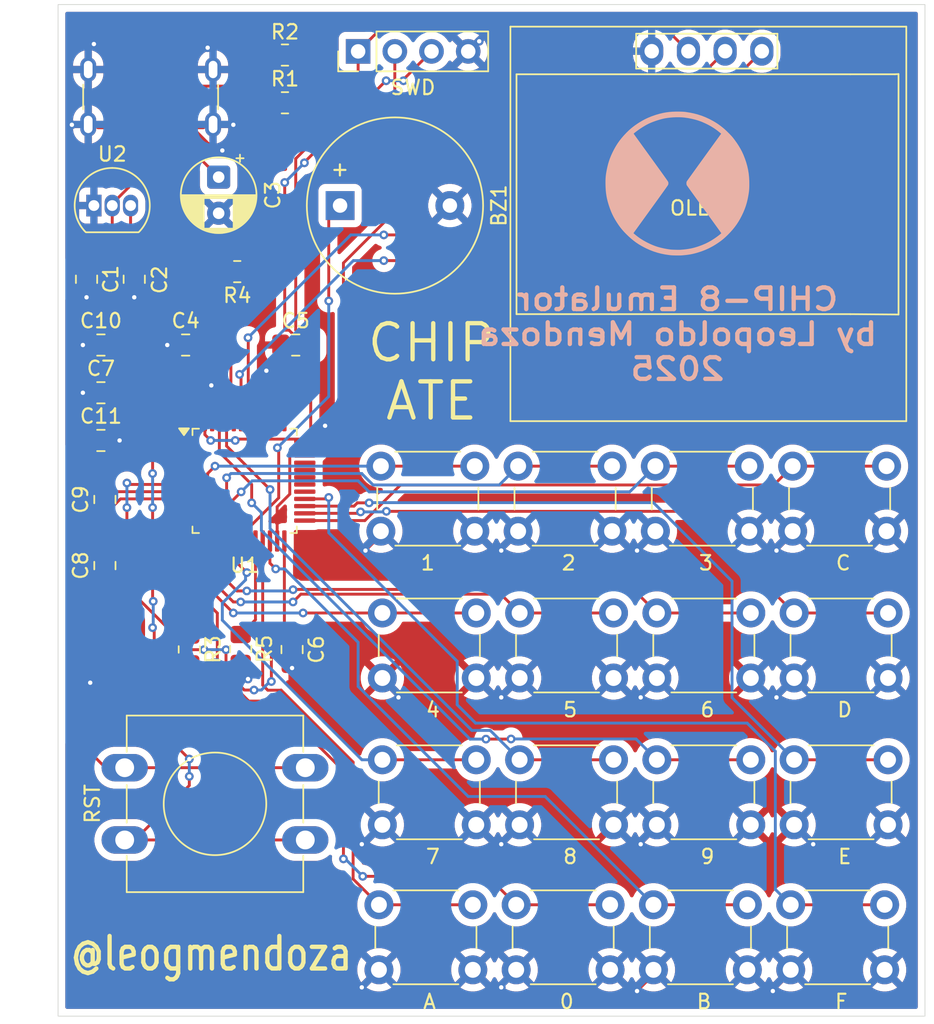
<source format=kicad_pcb>
(kicad_pcb (version 20241229) (generator "pcbnew") (generator_version "9.0")
  (title_block (title "CHIP-8 Emulator") (date "2025-09-03") (rev "v1") (comment 1 "Author: Leopoldo Mendoza"))
  (layers (0 "F.Cu" signal) (2 "B.Cu" signal) (13 "F.Paste" user) (15 "B.Paste" user) (5 "F.SilkS" user "F.Silkscreen") (7 "B.SilkS" user "B.Silkscreen") (1 "F.Mask" user) (3 "B.Mask" user) (25 "Edge.Cuts" user))
  (net 0 "")
  (net 1 "/BUZZER")
  (net 2 "GND")
  (net 3 "+5V")
  (net 4 "+3V3")
  (net 5 "/VDDA")
  (net 6 "/VSSA")
  (net 7 "Net-(C11-Pad2)")
  (net 8 "Net-(J1-CC2)")
  (net 9 "Net-(J1-CC1)")
  (net 10 "/SWCLK")
  (net 11 "/SWDIO")
  (net 12 "/I2C1_SDA")
  (net 13 "/I2C1_SCL")
  (net 14 "/NRST")
  (net 15 "/BOOT0")
  (net 16 "/BOOT1")
  (net 17 "/KEY_1")
  (net 18 "/KEY_2")
  (net 19 "/KEY_3")
  (net 20 "/KEY_C")
  (net 21 "/KEY_4")
  (net 22 "/KEY_5")
  (net 23 "/KEY_6")
  (net 24 "/KEY_D")
  (net 25 "/KEY_7")
  (net 26 "/KEY_8")
  (net 27 "/KEY_9")
  (net 28 "/KEY_E")
  (net 29 "/KEY_A")
  (net 30 "/KEY_0")
  (net 31 "/KEY_B")
  (net 32 "/KEY_F")
  (net 48 "Net-(R3-Pad2)")
  (footprint "Button_Switch_THT:SW_PUSH_6mm_H4.3mm" (layer "F.Cu") (at 43.942 64.262)
    (property "Reference" "SW10")
    (property "Value" "8")
  )
  (footprint "NetTie:NetTie-2_SMD_Pad2.0mm" (layer "F.Cu") (at 17.018 56.642 -90)
    (property "Reference" "NT1" (hide yes))
    (property "Value" "NetTie_2" (hide yes))
  )
  (footprint "Button_Switch_THT:SW_PUSH_6mm_H4.3mm" (layer "F.Cu") (at 62.944 54.102)
    (property "Reference" "SW8")
    (property "Value" "D")
  )
  (footprint "Button_Switch_THT:SW_PUSH-12mm" (layer "F.Cu") (at 16.61 64.81)
    (property "Reference" "SW17")
    (property "Value" "RST")
  )
  (footprint "Capacitor_SMD:C_0805_2012Metric_Pad1.18x1.45mm_HandSolder" (layer "F.Cu") (at 17.272 31.0095 -90)
    (property "Reference" "C2")
    (property "Value" "1uF")
  )
  (footprint "Capacitor_SMD:C_0805_2012Metric_Pad1.18x1.45mm_HandSolder" (layer "F.Cu") (at 28.194 56.6315 90)
    (property "Reference" "C6")
    (property "Value" "100nF")
  )
  (footprint "Capacitor_SMD:C_0805_2012Metric_Pad1.18x1.45mm_HandSolder" (layer "F.Cu") (at 14.9645 35.56)
    (property "Reference" "C10")
    (property "Value" "4.7uF")
  )
  (footprint "Capacitor_SMD:C_0805_2012Metric_Pad1.18x1.45mm_HandSolder" (layer "F.Cu") (at 15.24 50.8215 90)
    (property "Reference" "C8")
    (property "Value" "100nF")
  )
  (footprint "Resistor_SMD:R_0805_2012Metric_Pad1.20x1.40mm_HandSolder" (layer "F.Cu") (at 24.4 30.48)
    (property "Reference" "R4")
    (property "Value" "10k")
  )
  (footprint "Capacitor_SMD:C_0805_2012Metric_Pad1.18x1.45mm_HandSolder" (layer "F.Cu") (at 14.9645 38.862)
    (property "Reference" "C7")
    (property "Value" "100nF")
  )
  (footprint "Resistor_SMD:R_0805_2012Metric_Pad1.20x1.40mm_HandSolder" (layer "F.Cu") (at 27.702 18.796)
    (property "Reference" "R1")
    (property "Value" "5.1k")
  )
  (footprint "NetTie:NetTie-2_SMD_Pad2.0mm" (layer "F.Cu") (at 14.224 56.642 90)
    (property "Reference" "NT2" (hide yes))
    (property "Value" "NetTie_2" (hide yes))
  )
  (footprint "Button_Switch_THT:SW_PUSH_6mm_H4.3mm" (layer "F.Cu") (at 34.444 54.102)
    (property "Reference" "SW5")
    (property "Value" "4")
  )
  (footprint "Button_Switch_THT:SW_PUSH_6mm_H4.3mm" (layer "F.Cu") (at 53.444 54.102)
    (property "Reference" "SW7")
    (property "Value" "6")
  )
  (footprint "Capacitor_SMD:C_0805_2012Metric_Pad1.18x1.45mm_HandSolder" (layer "F.Cu") (at 20.828 35.56)
    (property "Reference" "C4")
    (property "Value" "100nF")
  )
  (footprint "Package_QFP:LQFP-48_7x7mm_P0.5mm" (layer "F.Cu") (at 24.912 44.958)
    (property "Reference" "U1")
    (property "Value" "STM32F103C8Tx")
  )
  (footprint "Capacitor_THT:CP_Radial_D5.0mm_P2.50mm" (layer "F.Cu") (at 23.114 23.940888 -90)
    (property "Reference" "C3")
    (property "Value" "10uF")
  )
  (footprint "Connector_USB:USB_C_Receptacle_GCT_USB4125-xx-x_6P_TopMnt_Horizontal" (layer "F.Cu") (at 18.406 17.294 180)
    (property "Reference" "J1")
    (property "Value" "USB-C Power In")
  )
  (footprint "Button_Switch_THT:SW_PUSH_6mm_H4.3mm" (layer "F.Cu") (at 43.706 74.296)
    (property "Reference" "SW14")
    (property "Value" "0")
  )
  (footprint "Capacitor_SMD:C_0805_2012Metric_Pad1.18x1.45mm_HandSolder" (layer "F.Cu") (at 28.448 35.56)
    (property "Reference" "C5")
    (property "Value" "100nF")
  )
  (footprint "Button_Switch_THT:SW_PUSH_6mm_H4.3mm" (layer "F.Cu") (at 62.84 43.942)
    (property "Reference" "SW4")
    (property "Value" "C")
  )
  (footprint "Resistor_SMD:R_0805_2012Metric_Pad1.20x1.40mm_HandSolder" (layer "F.Cu") (at 21.082 56.626 -90)
    (property "Reference" "R3")
    (property "Value" "10k")
  )
  (footprint "Capacitor_SMD:C_0805_2012Metric_Pad1.18x1.45mm_HandSolder" (layer "F.Cu") (at 15.24 46.2495 90)
    (property "Reference" "C9")
    (property "Value" "1uF")
  )
  (footprint "Button_Switch_THT:SW_PUSH_6mm_H4.3mm" (layer "F.Cu") (at 34.442 64.262)
    (property "Reference" "SW9")
    (property "Value" "7")
  )
  (footprint "Button_Switch_THT:SW_PUSH_6mm_H4.3mm" (layer "F.Cu") (at 43.944 54.102)
    (property "Reference" "SW6")
    (property "Value" "5")
  )
  (footprint "Button_Switch_THT:SW_PUSH_6mm_H4.3mm" (layer "F.Cu") (at 62.706 74.296)
    (property "Reference" "SW16")
    (property "Value" "F")
  )
  (footprint "Resistor_SMD:R_0805_2012Metric_Pad1.20x1.40mm_HandSolder" (layer "F.Cu") (at 27.702 15.494)
    (property "Reference" "R2")
    (property "Value" "5.1k")
  )
  (footprint "Capacitor_SMD:C_0805_2012Metric_Pad1.18x1.45mm_HandSolder" (layer "F.Cu") (at 13.97 31.0095 -90)
    (property "Reference" "C1")
    (property "Value" "1uF")
  )
  (footprint "Package_TO_SOT_THT:TO-92_Inline" (layer "F.Cu") (at 14.478 25.908)
    (property "Reference" "U2")
    (property "Value" "MCP1700x-330xxTO")
  )
  (footprint "Button_Switch_THT:SW_PUSH_6mm_H4.3mm" (layer "F.Cu") (at 43.84 43.942)
    (property "Reference" "SW2")
    (property "Value" "2")
  )
  (footprint "Resistor_SMD:R_0805_2012Metric_Pad1.20x1.40mm_HandSolder" (layer "F.Cu") (at 24.638 56.594 90)
    (property "Reference" "R5")
    (property "Value" "10k")
  )
  (footprint "SSD1306:128x64OLED" (layer "F.Cu") (at 56.706 25.828)
    (property "Reference" "OLED1")
    (property "Value" "SSD1306")
  )
  (footprint "Capacitor_SMD:C_0805_2012Metric_Pad1.18x1.45mm_HandSolder" (layer "F.Cu") (at 14.9645 42.164 180)
    (property "Reference" "C11")
    (property "Value" "100nF")
  )
  (footprint "Buzzer_Beeper:Buzzer_12x9.5RM7.6" (layer "F.Cu") (at 31.516 25.908)
    (property "Reference" "BZ1")
    (property "Value" "Buzzer")
  )
  (footprint "Button_Switch_THT:SW_PUSH_6mm_H4.3mm" (layer "F.Cu") (at 62.942 64.262)
    (property "Reference" "SW12")
    (property "Value" "E")
  )
  (footprint "Button_Switch_THT:SW_PUSH_6mm_H4.3mm" (layer "F.Cu") (at 53.34 43.942)
    (property "Reference" "SW3")
    (property "Value" "3")
  )
  (footprint "Button_Switch_THT:SW_PUSH_6mm_H4.3mm" (layer "F.Cu") (at 34.206 74.296)
    (property "Reference" "SW13")
    (property "Value" "A")
  )
  (footprint "Button_Switch_THT:SW_PUSH_6mm_H4.3mm" (layer "F.Cu") (at 53.206 74.296)
    (property "Reference" "SW15")
    (property "Value" "B")
  )
  (footprint "Button_Switch_THT:SW_PUSH_6mm_H4.3mm" (layer "F.Cu") (at 53.442 64.262)
    (property "Reference" "SW11")
    (property "Value" "9")
  )
  (footprint "Button_Switch_THT:SW_PUSH_6mm_H4.3mm" (layer "F.Cu") (at 34.34 43.942)
    (property "Reference" "SW1")
    (property "Value" "1")
  )
  (footprint "Connector_PinHeader_2.54mm:PinHeader_1x04_P2.54mm_Vertical" (layer "F.Cu") (at 32.766 15.24 90)
    (property "Reference" "J2")
    (property "Value" "SWD")
  )
  (footprint "LOGO" (layer "B.Cu") (at 54.864 24.384 180)
    (property "Reference" "G***")
    (property "Value" "LOGO" (hide yes))
  )
  (gr_rect (start 12 12) (end 72 82) (stroke (width 0.05)) (fill no) (layer "Edge.Cuts"))
  (gr_text "@leogmendoza" (at 22.606 78.994 0) (layer "F.SilkS") (effects (font (size 2.25 1.75) (thickness 0.3) (bold yes)) (justify bottom)))
  (gr_text "CHIP\nATE" (at 37.846 40.894 0) (layer "F.SilkS") (effects (font (size 2.5 2.5) (thickness 0.3) (bold yes)) (justify bottom)))
  (gr_text "CHIP-8 Emulator\nby Leopoldo Mendoza\n2025" (at 54.864 38.1 0) (layer "B.SilkS") (effects (font (size 1.5 1.69) (thickness 0.3) (bold yes)) (justify bottom mirror)))
  (segment (start 27.271 46.135) (end 27.271 42.765) (width 0.2) (layer "F.Cu") (net 1))
  (segment (start 25.162 48.244) (end 27.271 46.135) (width 0.2) (layer "F.Cu") (net 1))
  (segment (start 25.162 49.1205) (end 25.162 48.244) (width 0.2) (layer "F.Cu") (net 1))
  (segment (start 30.734 26.69) (end 31.516 25.908) (width 0.2) (layer "F.Cu") (net 1))
  (segment (start 27.271 42.765) (end 27.178 42.672) (width 0.2) (layer "F.Cu") (net 1))
  (segment (start 30.734 32.512) (end 30.734 26.69) (width 0.2) (layer "F.Cu") (net 1))
  (via (at 27.178 42.672) (size 0.6) (drill 0.3) (layers "F.Cu" "B.Cu") (net 1))
  (via (at 30.734 32.512) (size 0.6) (drill 0.3) (layers "F.Cu" "B.Cu") (net 1))
  (segment (start 30.734 39.116) (end 27.178 42.672) (width 0.2) (layer "B.Cu") (net 1))
  (segment (start 30.734 32.512) (end 30.734 39.116) (width 0.2) (layer "B.Cu") (net 1))
  (segment (start 53.442 68.762) (end 53.442 68.986) (width 0.2) (layer "F.Cu") (net 2))
  (segment (start 28.036 45.878) (end 28.036 42.975176) (width 0.2) (layer "F.Cu") (net 2))
  (segment (start 14.086 15.124) (end 14.478 14.732) (width 0.2) (layer "F.Cu") (net 2))
  (segment (start 24.638 57.594) (end 24.638 58.166) (width 0.2) (layer "F.Cu") (net 2))
  (segment (start 43.706 78.796) (end 43.706 78.976) (width 0.2) (layer "F.Cu") (net 2))
  (segment (start 43.706 78.796) (end 43.744 78.796) (width 0.2) (layer "F.Cu") (net 2))
  (segment (start 14.086 20.294) (end 12.98 20.294) (width 0.2) (layer "F.Cu") (net 2))
  (segment (start 62.706 79.026) (end 61.468 80.264) (width 0.2) (layer "F.Cu") (net 2))
  (segment (start 53.444 58.602) (end 53.522 58.602) (width 0.2) (layer "F.Cu") (net 2))
  (segment (start 34.34 48.718) (end 33.274 49.784) (width 0.2) (layer "F.Cu") (net 2))
  (segment (start 62.84 48.442) (end 62.84 48.666) (width 0.2) (layer "F.Cu") (net 2))
  (segment (start 43.84 48.616) (end 42.672 49.784) (width 0.2) (layer "F.Cu") (net 2))
  (segment (start 13.927 35.56) (end 13.716 35.56) (width 0.2) (layer "F.Cu") (net 2))
  (segment (start 16.002 42.164) (end 16.256 42.164) (width 0.2) (layer "F.Cu") (net 2))
  (segment (start 53.442 68.762) (end 53.522 68.762) (width 0.2) (layer "F.Cu") (net 2))
  (segment (start 29.845824 42.708) (end 30.48 42.073824) (width 0.2) (layer "F.Cu") (net 2))
  (segment (start 40.447 15.24) (end 41.148 14.539) (width 0.2) (layer "F.Cu") (net 2))
  (segment (start 27.162 49.1205) (end 27.162 46.752) (width 0.2) (layer "F.Cu") (net 2))
  (segment (start 28.303176 42.708) (end 29.0745 42.708) (width 0.2) (layer "F.Cu") (net 2))
  (segment (start 34.442 68.762) (end 34.362 68.762) (width 0.2) (layer "F.Cu") (net 2))
  (segment (start 62.706 78.796) (end 62.706 79.026) (width 0.2) (layer "F.Cu") (net 2))
  (segment (start 53.442 68.986) (end 52.324 70.104) (width 0.2) (layer "F.Cu") (net 2))
  (segment (start 43.706 78.976) (end 42.672 80.01) (width 0.2) (layer "F.Cu") (net 2))
  (segment (start 27.4105 35.56) (end 27.4105 36.3435) (width 0.2) (layer "F.Cu") (net 2))
  (segment (start 14.086 16.494) (end 14.086 15.124) (width 0.2) (layer "F.Cu") (net 2))
  (segment (start 12.98 20.294) (end 12.954 20.32) (width 0.2) (layer "F.Cu") (net 2))
  (segment (start 53.206 78.796) (end 53.206 78.86) (width 0.2) (layer "F.Cu") (net 2))
  (segment (start 22.726 15.36) (end 22.352 14.986) (width 0.2) (layer "F.Cu") (net 2))
  (segment (start 22.726 20.294) (end 24.104 20.294) (width 0.2) (layer "F.Cu") (net 2))
  (segment (start 13.97 32.047) (end 13.97 32.258) (width 0.2) (layer "F.Cu") (net 2))
  (segment (start 53.206 78.796) (end 53.206 79.128) (width 0.2) (layer "F.Cu") (net 2))
  (segment (start 62.84 48.666) (end 61.722 49.784) (width 0.2) (layer "F.Cu") (net 2))
  (segment (start 62.944 58.602) (end 62.944 58.722) (width 0.2) (layer "F.Cu") (net 2))
  (segment (start 28.702 18.796) (end 28.956 18.796) (width 0.2) (layer "F.Cu") (net 2))
  (segment (start 21.156 20.374) (end 22.88 22.098) (width 0.2) (layer "F.Cu") (net 2))
  (segment (start 43.942 68.834) (end 42.672 70.104) (width 0.2) (layer "F.Cu") (net 2))
  (segment (start 34.362 68.762) (end 33.02 70.104) (width 0.2) (layer "F.Cu") (net 2))
  (segment (start 17.272 32.047) (end 17.272 32.258) (width 0.2) (layer "F.Cu") (net 2))
  (segment (start 53.444 58.824) (end 52.324 59.944) (width 0.2) (layer "F.Cu") (net 2))
  (segment (start 62.942 68.762) (end 62.942 68.784) (width 0.2) (layer "F.Cu") (net 2))
  (segment (start 53.34 48.442) (end 53.34 48.514) (width 0.2) (layer "F.Cu") (net 2))
  (segment (start 62.942 68.784) (end 64.262 70.104) (width 0.2) (layer "F.Cu") (net 2))
  (segment (start 43.944 58.602) (end 43.944 58.676) (width 0.2) (layer "F.Cu") (net 2))
  (segment (start 43.944 58.602) (end 43.944 58.672) (width 0.2) (layer "F.Cu") (net 2))
  (segment (start 53.34 48.514) (end 52.07 49.784) (width 0.2) (layer "F.Cu") (net 2))
  (segment (start 53.34 48.442) (end 53.522 48.442) (width 0.2) (layer "F.Cu") (net 2))
  (segment (start 34.444 58.828) (end 35.56 59.944) (width 0.2) (layer "F.Cu") (net 2))
  (segment (start 24.638 58.166) (end 25.146 58.674) (width 0.2) (layer "F.Cu") (net 2))
  (segment (start 27.162 46.752) (end 28.036 45.878) (width 0.2) (layer "F.Cu") (net 2))
  (segment (start 22.726 16.494) (end 22.726 15.36) (width 0.2) (layer "F.Cu") (net 2))
  (segment (start 28.194 57.669) (end 28.194 57.912) (width 0.2) (layer "F.Cu") (net 2))
  (segment (start 28.036 42.975176) (end 28.303176 42.708) (width 0.2) (layer "F.Cu") (net 2))
  (segment (start 43.84 48.442) (end 43.87 48.442) (width 0.2) (layer "F.Cu") (net 2))
  (segment (start 34.206 78.796) (end 34.206 78.91) (width 0.2) (layer "F.Cu") (net 2))
  (segment (start 24.638 57.594) (end 24.638 57.912) (width 0.2) (layer "F.Cu") (net 2))
  (segment (start 62.944 58.602) (end 62.944 58.626) (width 0.2) (layer "F.Cu") (net 2))
  (segment (start 34.206 78.796) (end 34.206 78.824) (width 0.2) (layer "F.Cu") (net 2))
  (segment (start 34.206 78.824) (end 33.02 80.01) (width 0.2) (layer "F.Cu") (net 2))
  (segment (start 53.206 79.128) (end 52.07 80.264) (width 0.2) (layer "F.Cu") (net 2))
  (segment (start 62.944 58.722) (end 61.722 59.944) (width 0.2) (layer "F.Cu") (net 2))
  (segment (start 24.104 20.294) (end 24.13 20.32) (width 0.2) (layer "F.Cu") (net 2))
  (segment (start 34.34 48.442) (end 34.34 48.718) (width 0.2) (layer "F.Cu") (net 2))
  (segment (start 43.942 68.762) (end 43.942 68.834) (width 0.2) (layer "F.Cu") (net 2))
  (segment (start 29.0745 42.708) (end 29.845824 42.708) (width 0.2) (layer "F.Cu") (net 2))
  (segment (start 43.84 48.442) (end 43.84 48.616) (width 0.2) (layer "F.Cu") (net 2))
  (segment (start 34.34 48.442) (end 34.472 48.442) (width 0.2) (layer "F.Cu") (net 2))
  (segment (start 22.662 40.7955) (end 22.662 38.41) (width 0.2) (layer "F.Cu") (net 2))
  (segment (start 13.927 38.862) (end 13.716 38.862) (width 0.2) (layer "F.Cu") (net 2))
  (segment (start 40.386 15.24) (end 40.447 15.24) (width 0.2) (layer "F.Cu") (net 2))
  (segment (start 34.444 58.602) (end 34.472 58.602) (width 0.2) (layer "F.Cu") (net 2))
  (segment (start 19.7905 35.56) (end 19.558 35.56) (width 0.2) (layer "F.Cu") (net 2))
  (segment (start 27.4105 35.7925) (end 27.432 35.814) (width 0.2) (layer "F.Cu") (net 2))
  (segment (start 14.224 58.642) (end 14.224 58.928) (width 0.2) (layer "F.Cu") (net 2))
  (segment (start 62.706 78.796) (end 62.706 78.962) (width 0.2) (layer "F.Cu") (net 2))
  (segment (start 27.4105 36.3435) (end 26.416 37.338) (width 0.2) (layer "F.Cu") (net 2))
  (segment (start 22.88 22.098) (end 23.368 22.098) (width 0.2) (layer "F.Cu") (net 2))
  (segment (start 53.444 58.602) (end 53.444 58.824) (width 0.2) (layer "F.Cu") (net 2))
  (segment (start 34.442 68.762) (end 34.472 68.762) (width 0.2) (layer "F.Cu") (net 2))
  (segment (start 27.4105 35.56) (end 27.4105 35.7925) (width 0.2) (layer "F.Cu") (net 2))
  (segment (start 28.702 15.494) (end 28.956 15.494) (width 0.2) (layer "F.Cu") (net 2))
  (segment (start 34.444 58.602) (end 34.444 58.828) (width 0.2) (layer "F.Cu") (net 2))
  (segment (start 43.944 58.672) (end 42.672 59.944) (width 0.2) (layer "F.Cu") (net 2))
  (segment (start 22.662 38.41) (end 22.606 38.354) (width 0.2) (layer "F.Cu") (net 2))
  (segment (start 30.48 42.073824) (end 30.48 41.148) (width 0.2) (layer "F.Cu") (net 2))
  (via (at 33.02 80.01) (size 0.6) (drill 0.3) (layers "F.Cu" "B.Cu") (net 2))
  (via (at 13.716 38.862) (size 0.6) (drill 0.3) (layers "F.Cu" "B.Cu") (net 2))
  (via (at 14.478 14.732) (size 0.6) (drill 0.3) (layers "F.Cu" "B.Cu") (net 2))
  (via (at 61.722 59.944) (size 0.6) (drill 0.3) (layers "F.Cu" "B.Cu") (net 2))
  (via (at 22.352 14.986) (size 0.6) (drill 0.3) (layers "F.Cu" "B.Cu") (net 2))
  (via (at 52.07 80.264) (size 0.6) (drill 0.3) (layers "F.Cu" "B.Cu") (net 2))
  (via (at 61.468 80.264) (size 0.6) (drill 0.3) (layers "F.Cu" "B.Cu") (net 2))
  (via (at 61.722 49.784) (size 0.6) (drill 0.3) (layers "F.Cu" "B.Cu") (net 2))
  (via (at 33.274 49.784) (size 0.6) (drill 0.3) (layers "F.Cu" "B.Cu") (net 2))
  (via (at 13.716 35.56) (size 0.6) (drill 0.3) (layers "F.Cu" "B.Cu") (net 2))
  (via (at 52.324 59.944) (size 0.6) (drill 0.3) (layers "F.Cu" "B.Cu") (net 2))
  (via (at 17.272 32.258) (size 0.6) (drill 0.3) (layers "F.Cu" "B.Cu") (net 2))
  (via (at 14.224 58.928) (size 0.6) (drill 0.3) (layers "F.Cu" "B.Cu") (net 2))
  (via (at 13.97 32.258) (size 0.6) (drill 0.3) (layers "F.Cu" "B.Cu") (net 2))
  (via (at 16.256 42.164) (size 0.6) (drill 0.3) (layers "F.Cu" "B.Cu") (net 2))
  (via (at 19.558 35.56) (size 0.6) (drill 0.3) (layers "F.Cu" "B.Cu") (net 2))
  (via (at 25.146 58.674) (size 0.6) (drill 0.3) (layers "F.Cu" "B.Cu") (net 2))
  (via (at 52.324 70.104) (size 0.6) (drill 0.3) (layers "F.Cu" "B.Cu") (net 2))
  (via (at 30.48 41.148) (size 0.6) (drill 0.3) (layers "F.Cu" "B.Cu") (net 2))
  (via (at 26.416 37.338) (size 0.6) (drill 0.3) (layers "F.Cu" "B.Cu") (net 2))
  (via (at 52.07 49.784) (size 0.6) (drill 0.3) (layers "F.Cu" "B.Cu") (net 2))
  (via (at 42.672 59.944) (size 0.6) (drill 0.3) (layers "F.Cu" "B.Cu") (net 2))
  (via (at 42.672 70.104) (size 0.6) (drill 0.3) (layers "F.Cu" "B.Cu") (net 2))
  (via (at 42.672 80.01) (size 0.6) (drill 0.3) (layers "F.Cu" "B.Cu") (net 2))
  (via (at 64.262 70.104) (size 0.6) (drill 0.3) (layers "F.Cu" "B.Cu") (net 2))
  (via (at 22.606 38.354) (size 0.6) (drill 0.3) (layers "F.Cu" "B.Cu") (net 2))
  (via (at 28.194 57.912) (size 0.6) (drill 0.3) (layers "F.Cu" "B.Cu") (net 2))
  (via (at 42.672 49.784) (size 0.6) (drill 0.3) (layers "F.Cu" "B.Cu") (net 2))
  (via (at 23.368 22.098) (size 0.6) (drill 0.3) (layers "F.Cu" "B.Cu") (net 2))
  (via (at 24.13 20.32) (size 0.6) (drill 0.3) (layers "F.Cu" "B.Cu") (net 2))
  (via (at 33.02 70.104) (size 0.6) (drill 0.3) (layers "F.Cu" "B.Cu") (net 2))
  (via (at 12.954 20.32) (size 0.6) (drill 0.3) (layers "F.Cu" "B.Cu") (net 2))
  (via (at 41.148 14.539) (size 0.6) (drill 0.3) (layers "F.Cu" "B.Cu") (net 2))
  (via (at 35.56 59.944) (size 0.6) (drill 0.3) (layers "F.Cu" "B.Cu") (net 2))
  (segment (start 28.194 57.912) (end 28.194 58.166) (width 0.2) (layer "B.Cu") (net 2))
  (segment (start 30.48 41.148) (end 30.48 41.402) (width 0.2) (layer "B.Cu") (net 2))
  (segment (start 14.224 58.928) (end 14.224 59.182) (width 0.2) (layer "B.Cu") (net 2))
  (segment (start 15.748 28.194) (end 13.97 29.972) (width 0.2) (layer "F.Cu") (net 3))
  (segment (start 15.748 25.908) (end 15.748 28.194) (width 0.2) (layer "F.Cu") (net 3))
  (segment (start 19.283014 21.275) (end 19.926 20.632014) (width 0.2) (layer "F.Cu") (net 3))
  (segment (start 15.748 25.78486) (end 15.748 25.908) (width 0.2) (layer "F.Cu") (net 3))
  (segment (start 19.926 20.632014) (end 19.926 20.374) (width 0.2) (layer "F.Cu") (net 3))
  (segment (start 16.886 20.374) (end 16.886 24.64686) (width 0.2) (layer "F.Cu") (net 3))
  (segment (start 16.886 20.374) (end 16.886 20.632014) (width 0.2) (layer "F.Cu") (net 3))
  (segment (start 19.926 20.374) (end 19.926 20.752888) (width 0.2) (layer "F.Cu") (net 3))
  (segment (start 16.886 20.632014) (end 17.528986 21.275) (width 0.2) (layer "F.Cu") (net 3))
  (segment (start 16.886 24.64686) (end 15.748 25.78486) (width 0.2) (layer "F.Cu") (net 3))
  (segment (start 19.926 20.752888) (end 23.114 23.940888) (width 0.2) (layer "F.Cu") (net 3))
  (segment (start 17.528986 21.275) (end 19.283014 21.275) (width 0.2) (layer "F.Cu") (net 3))
  (segment (start 32.766 18.345938) (end 28.448 22.663938) (width 0.2) (layer "F.Cu") (net 4))
  (segment (start 16.002 31.242) (end 16.002 35.56) (width 0.2) (layer "F.Cu") (net 4))
  (segment (start 18.73475 40.19325) (end 18.542 40.386) (width 0.2) (layer "F.Cu") (net 4))
  (segment (start 55.626 15.24) (end 53.848 13.462) (width 0.2) (layer "F.Cu") (net 4))
  (segment (start 29.4855 41.797) (end 29.0745 42.208) (width 0.2) (layer "F.Cu") (net 4))
  (segment (start 28.448 34.5225) (end 29.4855 35.56) (width 0.2) (layer "F.Cu") (net 4))
  (segment (start 21.8655 35.56) (end 21.8655 40.499) (width 0.2) (layer "F.Cu") (net 4))
  (segment (start 20.7495 42.208) (end 22.162 40.7955) (width 0.2) (layer "F.Cu") (net 4))
  (segment (start 29.4855 35.56) (end 29.4855 41.797) (width 0.2) (layer "F.Cu") (net 4))
  (segment (start 25.562 59.436) (end 24.89384 59.436) (width 0.2) (layer "F.Cu") (net 4))
  (segment (start 17.018 25.908) (end 17.018 28.194) (width 0.2) (layer "F.Cu") (net 4))
  (segment (start 26.762 58.84474) (end 26.762 57.026) (width 0.2) (layer "F.Cu") (net 4))
  (segment (start 24.262 42.164) (end 24.355 42.071) (width 0.2) (layer "F.Cu") (net 4))
  (segment (start 21.8655 40.499) (end 22.162 40.7955) (width 0.2) (layer "F.Cu") (net 4))
  (segment (start 27.662 49.1205) (end 27.662 55.062) (width 0.2) (layer "F.Cu") (net 4))
  (segment (start 17.4035 38.862) (end 18.73475 40.19325) (width 0.2) (layer "F.Cu") (net 4))
  (segment (start 24.355 42.071) (end 28.9375 42.071) (width 0.2) (layer "F.Cu") (net 4))
  (segment (start 28.448 22.663938) (end 28.448 34.5225) (width 0.2) (layer "F.Cu") (net 4))
  (segment (start 23.622 58.16416) (end 23.622 56.642) (width 0.2) (layer "F.Cu") (net 4))
  (segment (start 24.89384 59.436) (end 23.622 58.16416) (width 0.2) (layer "F.Cu") (net 4))
  (segment (start 19.018 56.642) (end 22.098 56.642) (width 0.2) (layer "F.Cu") (net 4))
  (segment (start 27.662 55.062) (end 28.194 55.594) (width 0.2) (layer "F.Cu") (net 4))
  (segment (start 16.002 35.56) (end 16.002 38.862) (width 0.2) (layer "F.Cu") (net 4))
  (segment (start 17.272 28.448) (end 17.272 29.972) (width 0.2) (layer "F.Cu") (net 4))
  (segment (start 16.002 38.862) (end 17.4035 38.862) (width 0.2) (layer "F.Cu") (net 4))
  (segment (start 34.544 13.462) (end 32.766 15.24) (width 0.2) (layer "F.Cu") (net 4))
  (segment (start 17.272 29.972) (end 16.002 31.242) (width 0.2) (layer "F.Cu") (net 4))
  (segment (start 18.542 55.118) (end 18.653 55.229) (width 0.2) (layer "F.Cu") (net 4))
  (segment (start 22.162 41.764) (end 22.562 42.164) (width 0.2) (layer "F.Cu") (net 4))
  (segment (start 18.542 53.25347) (end 18.585265 53.296735) (width 0.2) (layer "F.Cu") (net 4))
  (segment (start 53.848 13.462) (end 34.544 13.462) (width 0.2) (layer "F.Cu") (net 4))
  (segment (start 18.73475 40.19325) (end 20.7495 42.208) (width 0.2) (layer "F.Cu") (net 4))
  (segment (start 22.162 40.7955) (end 22.162 41.764) (width 0.2) (layer "F.Cu") (net 4))
  (segment (start 18.653 55.229) (end 18.653 57.007) (width 0.2) (layer "F.Cu") (net 4))
  (segment (start 28.9375 42.071) (end 29.0745 42.208) (width 0.2) (layer "F.Cu") (net 4))
  (segment (start 17.018 58.642) (end 18.653 57.007) (width 0.2) (layer "F.Cu") (net 4))
  (segment (start 32.766 15.24) (end 32.766 18.345938) (width 0.2) (layer "F.Cu") (net 4))
  (segment (start 18.542 46.808) (end 18.542 53.25347) (width 0.2) (layer "F.Cu") (net 4))
  (segment (start 17.018 28.194) (end 17.272 28.448) (width 0.2) (layer "F.Cu") (net 4))
  (segment (start 26.762 57.026) (end 28.194 55.594) (width 0.2) (layer "F.Cu") (net 4))
  (segment (start 18.542 40.386) (end 18.542 44.45) (width 0.2) (layer "F.Cu") (net 4))
  (segment (start 18.653 57.007) (end 19.018 56.642) (width 0.2) (layer "F.Cu") (net 4))
  (via (at 24.262 42.164) (size 0.6) (drill 0.3) (layers "F.Cu" "B.Cu") (net 4))
  (via (at 18.542 46.808) (size 0.6) (drill 0.3) (layers "F.Cu" "B.Cu") (net 4))
  (via (at 25.562 59.436) (size 0.6) (drill 0.3) (layers "F.Cu" "B.Cu") (net 4))
  (via (at 18.542 44.45) (size 0.6) (drill 0.3) (layers "F.Cu" "B.Cu") (net 4))
  (via (at 22.562 42.164) (size 0.6) (drill 0.3) (layers "F.Cu" "B.Cu") (net 4))
  (via (at 23.622 56.642) (size 0.6) (drill 0.3) (layers "F.Cu" "B.Cu") (net 4))
  (via (at 22.098 56.642) (size 0.6) (drill 0.3) (layers "F.Cu" "B.Cu") (net 4))
  (via (at 18.542 55.118) (size 0.6) (drill 0.3) (layers "F.Cu" "B.Cu") (net 4))
  (via (at 26.762 58.84474) (size 0.6) (drill 0.3) (layers "F.Cu" "B.Cu") (net 4))
  (via (at 18.585265 53.296735) (size 0.6) (drill 0.3) (layers "F.Cu" "B.Cu") (net 4))
  (segment (start 25.562 59.436) (end 26.07 59.436) (width 0.2) (layer "B.Cu") (net 4))
  (segment (start 26.66126 58.84474) (end 26.762 58.84474) (width 0.2) (layer "B.Cu") (net 4))
  (segment (start 22.098 56.642) (end 23.622 56.642) (width 0.2) (layer "B.Cu") (net 4))
  (segment (start 22.562 42.164) (end 24.262 42.164) (width 0.2) (layer "B.Cu") (net 4))
  (segment (start 18.542 44.45) (end 18.542 46.808) (width 0.2) (layer "B.Cu") (net 4))
  (segment (start 26.07 59.436) (end 26.66126 58.84474) (width 0.2) (layer "B.Cu") (net 4))
  (segment (start 18.585265 55.074735) (end 18.542 55.118) (width 0.2) (layer "B.Cu") (net 4))
  (segment (start 18.585265 53.296735) (end 18.585265 55.074735) (width 0.2) (layer "B.Cu") (net 4))
  (segment (start 16.319 46.208) (end 20.7495 46.208) (width 0.2) (layer "F.Cu") (net 5))
  (segment (start 15.24 47.287) (end 15.24 49.784) (width 0.2) (layer "F.Cu") (net 5))
  (segment (start 15.24 49.784) (end 17.018 51.562) (width 0.2) (layer "F.Cu") (net 5))
  (segment (start 15.24 47.287) (end 16.319 46.208) (width 0.2) (layer "F.Cu") (net 5))
  (segment (start 17.018 51.562) (end 17.018 54.642) (width 0.2) (layer "F.Cu") (net 5))
  (segment (start 15.24 45.212) (end 15.736 45.708) (width 0.2) (layer "F.Cu") (net 6))
  (segment (start 15.24 51.859) (end 15.24 53.626) (width 0.2) (layer "F.Cu") (net 6))
  (segment (start 15.24 45.212) (end 14.214 46.238) (width 0.2) (layer "F.Cu") (net 6))
  (segment (start 14.214 50.833) (end 15.24 51.859) (width 0.2) (layer "F.Cu") (net 6))
  (segment (start 14.214 46.238) (end 14.214 50.833) (width 0.2) (layer "F.Cu") (net 6))
  (segment (start 15.736 45.708) (end 20.7495 45.708) (width 0.2) (layer "F.Cu") (net 6))
  (segment (start 15.24 53.626) (end 14.224 54.642) (width 0.2) (layer "F.Cu") (net 6))
  (segment (start 16.002 65.532) (end 12.923 62.453) (width 0.2) (layer "F.Cu") (net 7))
  (segment (start 12.923 62.453) (end 12.923 43.168) (width 0.2) (layer "F.Cu") (net 7))
  (segment (start 12.923 43.168) (end 13.927 42.164) (width 0.2) (layer "F.Cu") (net 7))
  (segment (start 16.202 64.81) (end 28.702 64.81) (width 0.2) (layer "F.Cu") (net 7))
  (segment (start 26.702 15.494) (end 24.551 17.645) (width 0.2) (layer "F.Cu") (net 8))
  (segment (start 24.551 17.645) (end 20.035 17.645) (width 0.2) (layer "F.Cu") (net 8))
  (segment (start 17.906 19.774) (end 17.906 20.374) (width 0.2) (layer "F.Cu") (net 8))
  (segment (start 20.035 17.645) (end 17.906 19.774) (width 0.2) (layer "F.Cu") (net 8))
  (segment (start 26.702 18.796) (end 19.884 18.796) (width 0.2) (layer "F.Cu") (net 9))
  (segment (start 19.884 18.796) (end 18.906 19.774) (width 0.2) (layer "F.Cu") (net 9))
  (segment (start 18.906 19.774) (end 18.906 20.374) (width 0.2) (layer "F.Cu") (net 9))
  (segment (start 29.048 22.95175) (end 29.048 22.912468) (width 0.2) (layer "F.Cu") (net 10))
  (segment (start 27.686 40.7715) (end 27.662 40.7955) (width 0.2) (layer "F.Cu") (net 10))
  (segment (start 37.846 15.24) (end 35.906 17.18) (width 0.2) (layer "F.Cu") (net 10))
  (segment (start 27.98316 36.586) (end 27.686 36.586) (width 0.2) (layer "F.Cu") (net 10))
  (segment (start 27.686 34.534) (end 27.98316 34.534) (width 0.2) (layer "F.Cu") (net 10))
  (segment (start 27.686 36.586) (end 27.686 40.7715) (width 0.2) (layer "F.Cu") (net 10))
  (segment (start 27.686 24.3135) (end 27.686 34.534) (width 0.2) (layer "F.Cu") (net 10))
  (segment (start 35.906 17.18) (end 35.906 17.272) (width 0.2) (layer "F.Cu") (net 10))
  (segment (start 27.98316 34.534) (end 28.299 34.84984) (width 0.2) (layer "F.Cu") (net 10))
  (segment (start 29.048 22.912468) (end 34.688468 17.272) (width 0.2) (layer "F.Cu") (net 10))
  (segment (start 34.688468 17.272) (end 34.706 17.272) (width 0.2) (layer "F.Cu") (net 10))
  (segment (start 28.299 36.27016) (end 27.98316 36.586) (width 0.2) (layer "F.Cu") (net 10))
  (segment (start 28.299 34.84984) (end 28.299 36.27016) (width 0.2) (layer "F.Cu") (net 10))
  (via (at 29.048 22.95175) (size 0.6) (drill 0.3) (layers "F.Cu" "B.Cu") (net 10))
  (via (at 34.706 17.272) (size 0.6) (drill 0.3) (layers "F.Cu" "B.Cu") (net 10))
  (via (at 27.686 24.3135) (size 0.6) (drill 0.3) (layers "F.Cu" "B.Cu") (net 10))
  (via (at 35.906 17.272) (size 0.6) (drill 0.3) (layers "F.Cu" "B.Cu") (net 10))
  (segment (start 35.906 17.272) (end 34.706 17.272) (width 0.2) (layer "B.Cu") (net 10))
  (segment (start 29.048 22.95175) (end 29.04775 22.95175) (width 0.2) (layer "B.Cu") (net 10))
  (segment (start 29.04775 22.95175) (end 27.686 24.3135) (width 0.2) (layer "B.Cu") (net 10))
  (segment (start 31.75 41.303824) (end 29.845824 43.208) (width 0.2) (layer "F.Cu") (net 11))
  (segment (start 29.845824 43.208) (end 29.0745 43.208) (width 0.2) (layer "F.Cu") (net 11))
  (segment (start 31.75 29.884057) (end 31.75 41.303824) (width 0.2) (layer "F.Cu") (net 11))
  (segment (start 35.306 15.24) (end 35.306 26.328057) (width 0.2) (layer "F.Cu") (net 11))
  (segment (start 35.306 26.328057) (end 31.75 29.884057) (width 0.2) (layer "F.Cu") (net 11))
  (segment (start 24.662 37.692) (end 24.662 40.7955) (width 0.2) (layer "F.Cu") (net 12))
  (segment (start 46.228 29.718) (end 60.706 15.24) (width 0.2) (layer "F.Cu") (net 12))
  (segment (start 34.544 29.718) (end 46.228 29.718) (width 0.2) (layer "F.Cu") (net 12))
  (segment (start 24.562 37.592) (end 24.662 37.692) (width 0.2) (layer "F.Cu") (net 12))
  (via (at 34.544 29.718) (size 0.6) (drill 0.3) (layers "F.Cu" "B.Cu") (net 12))
  (via (at 24.562 37.592) (size 0.6) (drill 0.3) (layers "F.Cu" "B.Cu") (net 12))
  (segment (start 34.544 29.718) (end 32.436 29.718) (width 0.2) (layer "B.Cu") (net 12))
  (segment (start 32.436 29.718) (end 24.562 37.592) (width 0.2) (layer "B.Cu") (net 12))
  (segment (start 45.466 27.94) (end 58.166 15.24) (width 0.2) (layer "F.Cu") (net 13))
  (segment (start 25.162 35.068) (end 25.162 40.7955) (width 0.2) (layer "F.Cu") (net 13))
  (segment (start 25.146 35.052) (end 25.162 35.068) (width 0.2) (layer "F.Cu") (net 13))
  (segment (start 34.544 27.94) (end 45.466 27.94) (width 0.2) (layer "F.Cu") (net 13))
  (via (at 34.544 27.94) (size 0.6) (drill 0.3) (layers "F.Cu" "B.Cu") (net 13))
  (via (at 25.146 35.052) (size 0.6) (drill 0.3) (layers "F.Cu" "B.Cu") (net 13))
  (segment (start 32.258 27.94) (end 25.146 35.052) (width 0.2) (layer "B.Cu") (net 13))
  (segment (start 34.544 27.94) (end 32.258 27.94) (width 0.2) (layer "B.Cu") (net 13))
  (segment (start 17.526 53.086) (end 20.066 55.626) (width 0.2) (layer "F.Cu") (net 14))
  (segment (start 20.066 55.626) (end 21.082 55.626) (width 0.2) (layer "F.Cu") (net 14))
  (segment (start 20.7495 45.208) (end 16.864 45.208) (width 0.2) (layer "F.Cu") (net 14))
  (segment (start 16.864 45.208) (end 16.764 45.108) (width 0.2) (layer "F.Cu") (net 14))
  (segment (start 16.764 46.808) (end 16.764 50.546) (width 0.2) (layer "F.Cu") (net 14))
  (segment (start 17.526 51.308) (end 17.526 53.086) (width 0.2) (layer "F.Cu") (net 14))
  (segment (start 16.764 50.546) (end 17.526 51.308) (width 0.2) (layer "F.Cu") (net 14))
  (via (at 16.764 45.108) (size 0.6) (drill 0.3) (layers "F.Cu" "B.Cu") (net 14))
  (via (at 16.764 46.808) (size 0.6) (drill 0.3) (layers "F.Cu" "B.Cu") (net 14))
  (segment (start 16.764 45.108) (end 16.764 46.808) (width 0.2) (layer "B.Cu") (net 14))
  (segment (start 23.961 39.823176) (end 24.162 40.024176) (width 0.2) (layer "F.Cu") (net 15))
  (segment (start 23.961 31.919) (end 23.961 39.823176) (width 0.2) (layer "F.Cu") (net 15))
  (segment (start 25.4 30.48) (end 23.961 31.919) (width 0.2) (layer "F.Cu") (net 15))
  (segment (start 24.162 40.024176) (end 24.162 40.7955) (width 0.2) (layer "F.Cu") (net 15))
  (segment (start 25.662 49.1205) (end 25.662 54.57) (width 0.2) (layer "F.Cu") (net 16))
  (segment (start 25.662 54.57) (end 24.638 55.594) (width 0.2) (layer "F.Cu") (net 16))
  (segment (start 22.352 46.376824) (end 21.520824 47.208) (width 0.2) (layer "F.Cu") (net 17))
  (segment (start 22.352 44.45) (end 22.352 46.376824) (width 0.2) (layer "F.Cu") (net 17))
  (segment (start 22.86 43.942) (end 22.352 44.45) (width 0.2) (layer "F.Cu") (net 17))
  (segment (start 21.520824 47.208) (end 20.7495 47.208) (width 0.2) (layer "F.Cu") (net 17))
  (segment (start 34.34 43.942) (end 40.84 43.942) (width 0.2) (layer "F.Cu") (net 17))
  (via (at 22.86 43.942) (size 0.6) (drill 0.3) (layers "F.Cu" "B.Cu") (net 17))
  (segment (start 22.86 43.942) (end 34.34 43.942) (width 0.2) (layer "B.Cu") (net 17))
  (segment (start 43.84 43.942) (end 50.34 43.942) (width 0.2) (layer "F.Cu") (net 18))
  (segment (start 23.665265 44.747265) (end 23.665265 45.930735) (width 0.2) (layer "F.Cu") (net 18))
  (segment (start 21.888 47.708) (end 20.7495 47.708) (width 0.2) (layer "F.Cu") (net 18))
  (segment (start 23.665265 45.930735) (end 21.888 47.708) (width 0.2) (layer "F.Cu") (net 18))
  (via (at 23.665265 44.747265) (size 0.6) (drill 0.3) (layers "F.Cu" "B.Cu") (net 18))
  (segment (start 33.02 44.461892) (end 33.02 44.45) (width 0.2) (layer "B.Cu") (net 18))
  (segment (start 33.02 44.45) (end 23.96253 44.45) (width 0.2) (layer "B.Cu") (net 18))
  (segment (start 23.96253 44.45) (end 23.665265 44.747265) (width 0.2) (layer "B.Cu") (net 18))
  (segment (start 33.801108 45.243) (end 33.02 44.461892) (width 0.2) (layer "B.Cu") (net 18))
  (segment (start 43.84 43.942) (end 42.539 45.243) (width 0.2) (layer "B.Cu") (net 18))
  (segment (start 42.539 45.243) (end 33.801108 45.243) (width 0.2) (layer "B.Cu") (net 18))
  (segment (start 53.34 43.942) (end 59.84 43.942) (width 0.2) (layer "F.Cu") (net 19))
  (segment (start 22.162 49.1205) (end 22.162 48.230182) (width 0.2) (layer "F.Cu") (net 19))
  (segment (start 22.162 48.230182) (end 24.672182 45.72) (width 0.2) (layer "F.Cu") (net 19))
  (via (at 24.672182 45.72) (size 0.6) (drill 0.3) (layers "F.Cu" "B.Cu") (net 19))
  (segment (start 25.434182 44.958) (end 32.766 44.958) (width 0.2) (layer "B.Cu") (net 19))
  (segment (start 32.766 44.958) (end 33.528 45.72) (width 0.2) (layer "B.Cu") (net 19))
  (segment (start 24.672182 45.72) (end 25.434182 44.958) (width 0.2) (layer "B.Cu") (net 19))
  (segment (start 33.528 45.72) (end 51.562 45.72) (width 0.2) (layer "B.Cu") (net 19))
  (segment (start 51.562 45.72) (end 53.34 43.942) (width 0.2) (layer "B.Cu") (net 19))
  (segment (start 61.539 45.243) (end 62.84 43.942) (width 0.2) (layer "F.Cu") (net 20))
  (segment (start 35.699108 45.243) (end 61.539 45.243) (width 0.2) (layer "F.Cu") (net 20))
  (segment (start 29.0745 47.708) (end 33.234108 47.708) (width 0.2) (layer "F.Cu") (net 20))
  (segment (start 33.234108 47.708) (end 35.699108 45.243) (width 0.2) (layer "F.Cu") (net 20))
  (segment (start 62.84 43.942) (end 69.34 43.942) (width 0.2) (layer "F.Cu") (net 20))
  (segment (start 24.13 54.102) (end 22.662 52.634) (width 0.2) (layer "F.Cu") (net 21))
  (segment (start 22.662 52.634) (end 22.662 49.1205) (width 0.2) (layer "F.Cu") (net 21))
  (segment (start 28.956 54.102) (end 34.444 54.102) (width 0.2) (layer "F.Cu") (net 21))
  (segment (start 34.444 54.102) (end 40.944 54.102) (width 0.2) (layer "F.Cu") (net 21))
  (via (at 28.956 54.102) (size 0.6) (drill 0.3) (layers "F.Cu" "B.Cu") (net 21))
  (via (at 24.13 54.102) (size 0.6) (drill 0.3) (layers "F.Cu" "B.Cu") (net 21))
  (segment (start 24.13 54.102) (end 28.956 54.102) (width 0.2) (layer "B.Cu") (net 21))
  (segment (start 42.643 52.801) (end 43.944 54.102) (width 0.2) (layer "F.Cu") (net 22))
  (segment (start 28.801 52.801) (end 42.643 52.801) (width 0.2) (layer "F.Cu") (net 22))
  (segment (start 24.13 53.34) (end 23.162 52.372) (width 0.2) (layer "F.Cu") (net 22))
  (segment (start 28.262 53.34) (end 28.801 52.801) (width 0.2) (layer "F.Cu") (net 22))
  (segment (start 23.162 52.372) (end 23.162 49.1205) (width 0.2) (layer "F.Cu") (net 22))
  (segment (start 24.638 53.34) (end 24.13 53.34) (width 0.2) (layer "F.Cu") (net 22))
  (segment (start 43.944 54.102) (end 50.444 54.102) (width 0.2) (layer "F.Cu") (net 22))
  (via (at 28.262 53.34) (size 0.6) (drill 0.3) (layers "F.Cu" "B.Cu") (net 22))
  (via (at 24.638 53.34) (size 0.6) (drill 0.3) (layers "F.Cu" "B.Cu") (net 22))
  (segment (start 24.638 53.34) (end 28.262 53.34) (width 0.2) (layer "B.Cu") (net 22))
  (segment (start 24.384 52.578) (end 25.062 52.578) (width 0.2) (layer "F.Cu") (net 23))
  (segment (start 28.262 52.491473) (end 28.280473 52.473) (width 0.2) (layer "F.Cu") (net 23))
  (segment (start 53.444 54.102) (end 59.944 54.102) (width 0.2) (layer "F.Cu") (net 23))
  (segment (start 23.662 49.1205) (end 23.662 51.856) (width 0.2) (layer "F.Cu") (net 23))
  (segment (start 28.280473 52.473) (end 51.815 52.473) (width 0.2) (layer "F.Cu") (net 23))
  (segment (start 23.662 51.856) (end 24.384 52.578) (width 0.2) (layer "F.Cu") (net 23))
  (segment (start 51.815 52.473) (end 53.444 54.102) (width 0.2) (layer "F.Cu") (net 23))
  (via (at 28.262 52.491473) (size 0.6) (drill 0.3) (layers "F.Cu" "B.Cu") (net 23))
  (via (at 25.062 52.578) (size 0.6) (drill 0.3) (layers "F.Cu" "B.Cu") (net 23))
  (segment (start 28.175473 52.578) (end 28.262 52.491473) (width 0.2) (layer "B.Cu") (net 23))
  (segment (start 25.062 52.578) (end 28.175473 52.578) (width 0.2) (layer "B.Cu") (net 23))
  (segment (start 34.723218 47.06742) (end 55.90942 47.06742) (width 0.2) (layer "F.Cu") (net 24))
  (segment (start 55.90942 47.06742) (end 62.944 54.102) (width 0.2) (layer "F.Cu") (net 24))
  (segment (start 29.0745 47.208) (end 32.834789 47.208) (width 0.2) (layer "F.Cu") (net 24))
  (segment (start 32.834789 47.208) (end 32.934789 47.108) (width 0.2) (layer "F.Cu") (net 24))
  (segment (start 62.944 54.102) (end 69.444 54.102) (width 0.2) (layer "F.Cu") (net 24))
  (via (at 32.934789 47.108) (size 0.6) (drill 0.3) (layers "F.Cu" "B.Cu") (net 24))
  (via (at 34.723218 47.06742) (size 0.6) (drill 0.3) (layers "F.Cu" "B.Cu") (net 24))
  (segment (start 32.934789 47.108) (end 34.682638 47.108) (width 0.2) (layer "B.Cu") (net 24))
  (segment (start 34.682638 47.108) (end 34.723218 47.06742) (width 0.2) (layer "B.Cu") (net 24))
  (segment (start 34.442 64.262) (end 40.942 64.262) (width 0.2) (layer "F.Cu") (net 25))
  (segment (start 24.162 50.408) (end 24.162 49.1205) (width 0.2) (layer "F.Cu") (net 25))
  (segment (start 25.062 51.308) (end 24.162 50.408) (width 0.2) (layer "F.Cu") (net 25))
  (via (at 25.062 51.308) (size 0.6) (drill 0.3) (layers "F.Cu" "B.Cu") (net 25))
  (segment (start 23.368 54.602213) (end 33.027787 64.262) (width 0.2) (layer "B.Cu") (net 25))
  (segment (start 33.027787 64.262) (end 34.442 64.262) (width 0.2) (layer "B.Cu") (net 25))
  (segment (start 24.974057 51.816) (end 23.368 53.422057) (width 0.2) (layer "B.Cu") (net 25))
  (segment (start 23.368 53.422057) (end 23.368 54.602213) (width 0.2) (layer "B.Cu") (net 25))
  (segment (start 25.062 51.308) (end 24.974057 51.395943) (width 0.2) (layer "B.Cu") (net 25))
  (segment (start 24.974057 51.395943) (end 24.974057 51.816) (width 0.2) (layer "B.Cu") (net 25))
  (segment (start 23.662 40.7955) (end 23.662 42.55) (width 0.2) (layer "F.Cu") (net 26))
  (segment (start 23.662 42.55) (end 26.67 45.558) (width 0.2) (layer "F.Cu") (net 26))
  (segment (start 43.942 64.262) (end 50.442 64.262) (width 0.2) (layer "F.Cu") (net 26))
  (via (at 26.67 45.558) (size 0.6) (drill 0.3) (layers "F.Cu" "B.Cu") (net 26))
  (segment (start 26.67 48.26) (end 40.64 62.23) (width 0.2) (layer "B.Cu") (net 26))
  (segment (start 26.67 45.558) (end 26.67 48.26) (width 0.2) (layer "B.Cu") (net 26))
  (segment (start 41.91 62.23) (end 43.942 64.262) (width 0.2) (layer "B.Cu") (net 26))
  (segment (start 40.64 62.23) (end 41.91 62.23) (width 0.2) (layer "B.Cu") (net 26))
  (segment (start 53.442 64.262) (end 59.942 64.262) (width 0.2) (layer "F.Cu") (net 27))
  (segment (start 41.612735 62.83) (end 43.342 62.83) (width 0.2) (layer "F.Cu") (net 27))
  (segment (start 23.162 42.974) (end 23.162 40.7955) (width 0.2) (layer "F.Cu") (net 27))
  (segment (start 43.342 62.83) (end 43.350265 62.821735) (width 0.2) (layer "F.Cu") (net 27))
  (segment (start 25.4 45.212) (end 23.162 42.974) (width 0.2) (layer "F.Cu") (net 27))
  (segment (start 25.4 46.482) (end 25.4 45.212) (width 0.2) (layer "F.Cu") (net 27))
  (via (at 43.350265 62.821735) (size 0.6) (drill 0.3) (layers "F.Cu" "B.Cu") (net 27))
  (via (at 25.4 46.482) (size 0.6) (drill 0.3) (layers "F.Cu" "B.Cu") (net 27))
  (via (at 41.612735 62.83) (size 0.6) (drill 0.3) (layers "F.Cu" "B.Cu") (net 27))
  (segment (start 25.4 46.482) (end 26.07 47.152) (width 0.2) (layer "B.Cu") (net 27))
  (segment (start 26.07 47.152) (end 26.07 48.388108) (width 0.2) (layer "B.Cu") (net 27))
  (segment (start 40.511892 62.83) (end 41.612735 62.83) (width 0.2) (layer "B.Cu") (net 27))
  (segment (start 43.350265 62.821735) (end 52.001735 62.821735) (width 0.2) (layer "B.Cu") (net 27))
  (segment (start 26.07 48.388108) (end 40.511892 62.83) (width 0.2) (layer "B.Cu") (net 27))
  (segment (start 52.001735 62.821735) (end 53.442 64.262) (width 0.2) (layer "B.Cu") (net 27))
  (segment (start 32.710846 46.482) (end 33.528 46.482) (width 0.2) (layer "F.Cu") (net 28))
  (segment (start 62.942 64.262) (end 69.442 64.262) (width 0.2) (layer "F.Cu") (net 28))
  (segment (start 29.0745 46.708) (end 32.484846 46.708) (width 0.2) (layer "F.Cu") (net 28))
  (segment (start 32.484846 46.708) (end 32.710846 46.482) (width 0.2) (layer "F.Cu") (net 28))
  (via (at 33.528 46.482) (size 0.6) (drill 0.3) (layers "F.Cu" "B.Cu") (net 28))
  (segment (start 58.643 59.963) (end 62.942 64.262) (width 0.2) (layer "B.Cu") (net 28))
  (segment (start 33.54358 46.46642) (end 53.204312 46.46642) (width 0.2) (layer "B.Cu") (net 28))
  (segment (start 53.204312 46.46642) (end 58.643 51.905108) (width 0.2) (layer "B.Cu") (net 28))
  (segment (start 33.528 46.482) (end 33.54358 46.46642) (width 0.2) (layer "B.Cu") (net 28))
  (segment (start 58.643 51.905108) (end 58.643 59.963) (width 0.2) (layer "B.Cu") (net 28))
  (segment (start 26.162 49.1205) (end 26.162 59.094683) (width 0.2) (layer "F.Cu") (net 29))
  (segment (start 32.419 64.423) (end 32.419 72.509) (width 0.2) (layer "F.Cu") (net 29))
  (segment (start 27.432 59.436) (end 32.419 64.423) (width 0.2) (layer "F.Cu") (net 29))
  (segment (start 27.42226 59.44574) (end 27.432 59.436) (width 0.2) (layer "F.Cu") (net 29))
  (segment (start 32.419 72.509) (end 34.206 74.296) (width 0.2) (layer "F.Cu") (net 29))
  (segment (start 26.513057 59.44574) (end 27.42226 59.44574) (width 0.2) (layer "F.Cu") (net 29))
  (segment (start 26.162 59.094683) (end 26.513057 59.44574) (width 0.2) (layer "F.Cu") (net 29))
  (segment (start 34.206 74.296) (end 40.706 74.296) (width 0.2) (layer "F.Cu") (net 29))
  (segment (start 19.711 50.8) (end 23.021 54.11) (width 0.2) (layer "F.Cu") (net 30))
  (segment (start 20.7495 46.708) (end 19.978176 46.708) (width 0.2) (layer "F.Cu") (net 30))
  (segment (start 19.978176 46.708) (end 19.711 46.975176) (width 0.2) (layer "F.Cu") (net 30))
  (segment (start 33.084265 72.325735) (end 41.735735 72.325735) (width 0.2) (layer "F.Cu") (net 30))
  (segment (start 43.706 74.296) (end 50.206 74.296) (width 0.2) (layer "F.Cu") (net 30))
  (segment (start 26.924 60.198) (end 31.75 65.024) (width 0.2) (layer "F.Cu") (net 30))
  (segment (start 23.021 58.027022) (end 25.191978 60.198) (width 0.2) (layer "F.Cu") (net 30))
  (segment (start 31.75 65.024) (end 31.75 71.12) (width 0.2) (layer "F.Cu") (net 30))
  (segment (start 23.021 54.11) (end 23.021 58.027022) (width 0.2) (layer "F.Cu") (net 30))
  (segment (start 25.191978 60.198) (end 26.924 60.198) (width 0.2) (layer "F.Cu") (net 30))
  (segment (start 19.711 46.975176) (end 19.711 50.8) (width 0.2) (layer "F.Cu") (net 30))
  (segment (start 41.735735 72.325735) (end 43.706 74.296) (width 0.2) (layer "F.Cu") (net 30))
  (via (at 31.75 71.12) (size 0.6) (drill 0.3) (layers "F.Cu" "B.Cu") (net 30))
  (via (at 33.084265 72.325735) (size 0.6) (drill 0.3) (layers "F.Cu" "B.Cu") (net 30))
  (segment (start 31.87853 71.12) (end 33.084265 72.325735) (width 0.2) (layer "B.Cu") (net 30))
  (segment (start 31.75 71.12) (end 31.87853 71.12) (width 0.2) (layer "B.Cu") (net 30))
  (segment (start 26.662 50.654) (end 27.062 51.054) (width 0.2) (layer "F.Cu") (net 31))
  (segment (start 26.662 49.1205) (end 26.662 50.654) (width 0.2) (layer "F.Cu") (net 31))
  (segment (start 53.206 74.296) (end 59.706 74.296) (width 0.2) (layer "F.Cu") (net 31))
  (via (at 27.062 51.054) (size 0.6) (drill 0.3) (layers "F.Cu" "B.Cu") (net 31))
  (segment (start 27.686 51.054) (end 32.766 56.134) (width 0.2) (layer "B.Cu") (net 31))
  (segment (start 32.766 59.182) (end 40.386 66.802) (width 0.2) (layer "B.Cu") (net 31))
  (segment (start 40.386 66.802) (end 45.72 66.802) (width 0.2) (layer "B.Cu") (net 31))
  (segment (start 27.062 51.054) (end 27.686 51.054) (width 0.2) (layer "B.Cu") (net 31))
  (segment (start 32.766 56.134) (end 32.766 59.182) (width 0.2) (layer "B.Cu") (net 31))
  (segment (start 45.72 66.81) (end 53.206 74.296) (width 0.2) (layer "B.Cu") (net 31))
  (segment (start 45.72 66.802) (end 45.72 66.81) (width 0.2) (layer "B.Cu") (net 31))
  (segment (start 62.706 74.296) (end 69.206 74.296) (width 0.2) (layer "F.Cu") (net 32))
  (segment (start 30.634 46.208) (end 30.734 46.108) (width 0.2) (layer "F.Cu") (net 32))
  (segment (start 29.0745 46.208) (end 30.634 46.208) (width 0.2) (layer "F.Cu") (net 32))
  (via (at 30.734 46.108) (size 0.6) (drill 0.3) (layers "F.Cu" "B.Cu") (net 32))
  (segment (start 59.69 61.722) (end 61.641 63.673) (width 0.2) (layer "B.Cu") (net 32))
  (segment (start 30.734 48.552108) (end 39.624 57.442108) (width 0.2) (layer "B.Cu") (net 32))
  (segment (start 39.624 60.452) (end 40.894 61.722) (width 0.2) (layer "B.Cu") (net 32))
  (segment (start 30.734 46.108) (end 30.734 48.552108) (width 0.2) (layer "B.Cu") (net 32))
  (segment (start 61.641 63.673) (end 61.641 73.231) (width 0.2) (layer "B.Cu") (net 32))
  (segment (start 40.894 61.722) (end 59.69 61.722) (width 0.2) (layer "B.Cu") (net 32))
  (segment (start 39.624 57.442108) (end 39.624 60.452) (width 0.2) (layer "B.Cu") (net 32))
  (segment (start 61.641 73.231) (end 62.706 74.296) (width 0.2) (layer "B.Cu") (net 32))
  (segment (start 21.082 57.626) (end 19.812 58.896) (width 0.2) (layer "F.Cu") (net 48))
  (segment (start 16.55 69.81) (end 16.202 69.81) (width 0.2) (layer "F.Cu") (net 48))
  (segment (start 19.812 58.896) (end 19.812 62.94) (width 0.2) (layer "F.Cu") (net 48))
  (segment (start 16.202 69.81) (end 28.702 69.81) (width 0.2) (layer "F.Cu") (net 48))
  (segment (start 21.082 66.04) (end 17.312 69.81) (width 0.2) (layer "F.Cu") (net 48))
  (segment (start 17.312 69.81) (end 16.202 69.81) (width 0.2) (layer "F.Cu") (net 48))
  (segment (start 21.082 65.41) (end 21.082 66.04) (width 0.2) (layer "F.Cu") (net 48))
  (segment (start 19.812 62.94) (end 21.082 64.21) (width 0.2) (layer "F.Cu") (net 48))
  (via (at 21.082 65.41) (size 0.6) (drill 0.3) (layers "F.Cu" "B.Cu") (net 48))
  (via (at 21.082 64.21) (size 0.6) (drill 0.3) (layers "F.Cu" "B.Cu") (net 48))
  (segment (start 21.082 64.21) (end 21.082 65.41) (width 0.2) (layer "B.Cu") (net 48))
  (zone (net 2) (net_name "GND") (layer "F.Cu") (priority 1) (connect_pads (clearance 0.5)) (min_thickness 0.25) (fill yes (thermal_gap 0.5) (thermal_bridge_width 0.5))
    (polygon (pts (xy 72.39 11.684) (xy 11.684 11.684) (xy 11.684 82.296) (xy 72.644 82.55)))
  )
  (zone (net 2) (net_name "GND") (layer "B.Cu") (connect_pads (clearance 0.5)) (min_thickness 0.25) (fill yes (thermal_gap 0.5) (thermal_bridge_width 0.5))
    (polygon (pts (xy 72.644 82.55) (xy 11.684 82.296) (xy 11.684 11.684) (xy 72.39 11.684)))
  )
)
</source>
